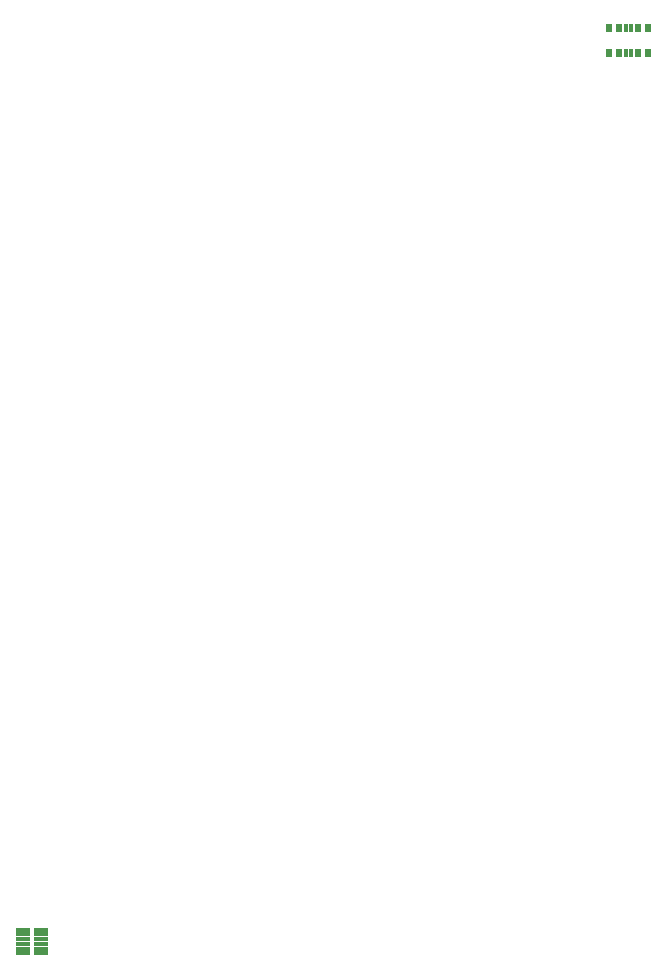
<source format=gts>
%FSTAX23Y23*%
%MOIN*%
%SFA1B1*%

%IPPOS*%
%ADD15R,0.047200X0.031500*%
%ADD16R,0.047200X0.015700*%
%ADD17R,0.023600X0.031500*%
%ADD18R,0.015700X0.031500*%
%LNbattery_flex-1*%
%LPD*%
G54D15*
X-00809Y-01252D03*
Y-01315D03*
X-00868Y-01252D03*
Y-01315D03*
G54D16*
X-00809Y-01276D03*
Y-01291D03*
X-00868Y-01276D03*
Y-01291D03*
G54D17*
X0112Y01677D03*
X01087Y01763D03*
X0112D03*
X01183D03*
X01215D03*
Y01677D03*
X01087D03*
X01183D03*
G54D18*
X01143Y01763D03*
X01159D03*
Y01677D03*
X01143D03*
M02*
</source>
